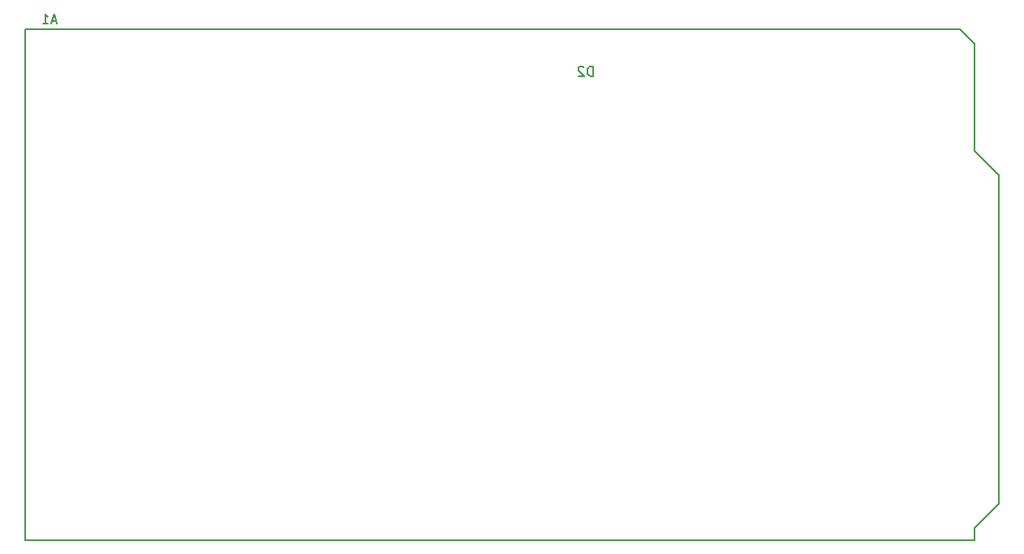
<source format=gbr>
%TF.GenerationSoftware,KiCad,Pcbnew,8.0.1*%
%TF.CreationDate,2024-05-09T09:41:50-04:00*%
%TF.ProjectId,Project 4.0,50726f6a-6563-4742-9034-2e302e6b6963,rev?*%
%TF.SameCoordinates,Original*%
%TF.FileFunction,Legend,Bot*%
%TF.FilePolarity,Positive*%
%FSLAX46Y46*%
G04 Gerber Fmt 4.6, Leading zero omitted, Abs format (unit mm)*
G04 Created by KiCad (PCBNEW 8.0.1) date 2024-05-09 09:41:50*
%MOMM*%
%LPD*%
G01*
G04 APERTURE LIST*
%ADD10C,0.150000*%
G04 APERTURE END LIST*
D10*
X149294285Y-69853104D02*
X148818095Y-69853104D01*
X149389523Y-70138819D02*
X149056190Y-69138819D01*
X149056190Y-69138819D02*
X148722857Y-70138819D01*
X147865714Y-70138819D02*
X148437142Y-70138819D01*
X148151428Y-70138819D02*
X148151428Y-69138819D01*
X148151428Y-69138819D02*
X148246666Y-69281676D01*
X148246666Y-69281676D02*
X148341904Y-69376914D01*
X148341904Y-69376914D02*
X148437142Y-69424533D01*
X205278094Y-75599819D02*
X205278094Y-74599819D01*
X205278094Y-74599819D02*
X205039999Y-74599819D01*
X205039999Y-74599819D02*
X204897142Y-74647438D01*
X204897142Y-74647438D02*
X204801904Y-74742676D01*
X204801904Y-74742676D02*
X204754285Y-74837914D01*
X204754285Y-74837914D02*
X204706666Y-75028390D01*
X204706666Y-75028390D02*
X204706666Y-75171247D01*
X204706666Y-75171247D02*
X204754285Y-75361723D01*
X204754285Y-75361723D02*
X204801904Y-75456961D01*
X204801904Y-75456961D02*
X204897142Y-75552200D01*
X204897142Y-75552200D02*
X205039999Y-75599819D01*
X205039999Y-75599819D02*
X205278094Y-75599819D01*
X204325713Y-74695057D02*
X204278094Y-74647438D01*
X204278094Y-74647438D02*
X204182856Y-74599819D01*
X204182856Y-74599819D02*
X203944761Y-74599819D01*
X203944761Y-74599819D02*
X203849523Y-74647438D01*
X203849523Y-74647438D02*
X203801904Y-74695057D01*
X203801904Y-74695057D02*
X203754285Y-74790295D01*
X203754285Y-74790295D02*
X203754285Y-74885533D01*
X203754285Y-74885533D02*
X203801904Y-75028390D01*
X203801904Y-75028390D02*
X204373332Y-75599819D01*
X204373332Y-75599819D02*
X203754285Y-75599819D01*
%TO.C,A1*%
X146040000Y-70700000D02*
X146040000Y-124040000D01*
X146040000Y-70700000D02*
X243576000Y-70700000D01*
X146040000Y-124040000D02*
X245100000Y-124040000D01*
X243576000Y-70700000D02*
X245100000Y-72224000D01*
X245100000Y-83400000D02*
X245100000Y-72224000D01*
X245100000Y-122770000D02*
X247640000Y-120230000D01*
X245100000Y-124040000D02*
X245100000Y-122770000D01*
X247640000Y-85940000D02*
X245100000Y-83400000D01*
X247640000Y-120230000D02*
X247640000Y-85940000D01*
%TD*%
M02*

</source>
